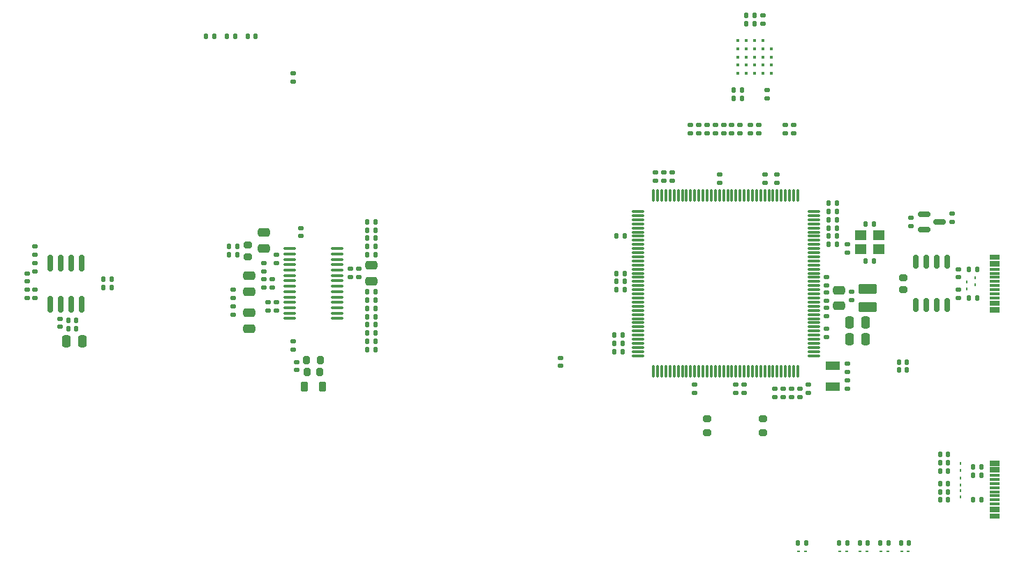
<source format=gtp>
G04 #@! TF.GenerationSoftware,KiCad,Pcbnew,8.0.9-8.0.9-0~ubuntu22.04.1*
G04 #@! TF.CreationDate,2025-02-26T12:05:10+08:00*
G04 #@! TF.ProjectId,dcmiad32h7,64636d69-6164-4333-9268-372e6b696361,rev?*
G04 #@! TF.SameCoordinates,Original*
G04 #@! TF.FileFunction,Paste,Top*
G04 #@! TF.FilePolarity,Positive*
%FSLAX46Y46*%
G04 Gerber Fmt 4.6, Leading zero omitted, Abs format (unit mm)*
G04 Created by KiCad (PCBNEW 8.0.9-8.0.9-0~ubuntu22.04.1) date 2025-02-26 12:05:10*
%MOMM*%
%LPD*%
G01*
G04 APERTURE LIST*
G04 Aperture macros list*
%AMRoundRect*
0 Rectangle with rounded corners*
0 $1 Rounding radius*
0 $2 $3 $4 $5 $6 $7 $8 $9 X,Y pos of 4 corners*
0 Add a 4 corners polygon primitive as box body*
4,1,4,$2,$3,$4,$5,$6,$7,$8,$9,$2,$3,0*
0 Add four circle primitives for the rounded corners*
1,1,$1+$1,$2,$3*
1,1,$1+$1,$4,$5*
1,1,$1+$1,$6,$7*
1,1,$1+$1,$8,$9*
0 Add four rect primitives between the rounded corners*
20,1,$1+$1,$2,$3,$4,$5,0*
20,1,$1+$1,$4,$5,$6,$7,0*
20,1,$1+$1,$6,$7,$8,$9,0*
20,1,$1+$1,$8,$9,$2,$3,0*%
G04 Aperture macros list end*
%ADD10RoundRect,0.145000X-0.165000X0.145000X-0.165000X-0.145000X0.165000X-0.145000X0.165000X0.145000X0*%
%ADD11RoundRect,0.145000X-0.145000X-0.165000X0.145000X-0.165000X0.145000X0.165000X-0.145000X0.165000X0*%
%ADD12RoundRect,0.200000X-0.200000X-0.275000X0.200000X-0.275000X0.200000X0.275000X-0.200000X0.275000X0*%
%ADD13RoundRect,0.145000X0.165000X-0.145000X0.165000X0.145000X-0.165000X0.145000X-0.165000X-0.145000X0*%
%ADD14RoundRect,0.145000X0.145000X0.165000X-0.145000X0.165000X-0.145000X-0.165000X0.145000X-0.165000X0*%
%ADD15RoundRect,0.250000X-0.475000X0.250000X-0.475000X-0.250000X0.475000X-0.250000X0.475000X0.250000X0*%
%ADD16RoundRect,0.250000X0.250000X0.475000X-0.250000X0.475000X-0.250000X-0.475000X0.250000X-0.475000X0*%
%ADD17C,0.400000*%
%ADD18RoundRect,0.150000X-0.587500X-0.150000X0.587500X-0.150000X0.587500X0.150000X-0.587500X0.150000X0*%
%ADD19RoundRect,0.150000X-0.150000X0.675000X-0.150000X-0.675000X0.150000X-0.675000X0.150000X0.675000X0*%
%ADD20RoundRect,0.200000X0.200000X0.275000X-0.200000X0.275000X-0.200000X-0.275000X0.200000X-0.275000X0*%
%ADD21R,1.150000X0.300000*%
%ADD22R,1.400000X1.200000*%
%ADD23RoundRect,0.200000X-0.275000X0.200000X-0.275000X-0.200000X0.275000X-0.200000X0.275000X0.200000X0*%
%ADD24RoundRect,0.062500X-0.117500X-0.062500X0.117500X-0.062500X0.117500X0.062500X-0.117500X0.062500X0*%
%ADD25RoundRect,0.062500X0.062500X-0.117500X0.062500X0.117500X-0.062500X0.117500X-0.062500X-0.117500X0*%
%ADD26RoundRect,0.075000X0.662500X0.075000X-0.662500X0.075000X-0.662500X-0.075000X0.662500X-0.075000X0*%
%ADD27RoundRect,0.075000X0.075000X0.662500X-0.075000X0.662500X-0.075000X-0.662500X0.075000X-0.662500X0*%
%ADD28RoundRect,0.250000X0.475000X-0.250000X0.475000X0.250000X-0.475000X0.250000X-0.475000X-0.250000X0*%
%ADD29RoundRect,0.100000X-0.637500X-0.100000X0.637500X-0.100000X0.637500X0.100000X-0.637500X0.100000X0*%
%ADD30RoundRect,0.250000X0.850000X-0.375000X0.850000X0.375000X-0.850000X0.375000X-0.850000X-0.375000X0*%
%ADD31RoundRect,0.218750X-0.218750X-0.381250X0.218750X-0.381250X0.218750X0.381250X-0.218750X0.381250X0*%
%ADD32R,1.800000X1.000000*%
%ADD33RoundRect,0.150000X0.150000X-0.825000X0.150000X0.825000X-0.150000X0.825000X-0.150000X-0.825000X0*%
%ADD34RoundRect,0.062500X-0.062500X0.117500X-0.062500X-0.117500X0.062500X-0.117500X0.062500X0.117500X0*%
%ADD35RoundRect,0.200000X0.275000X-0.200000X0.275000X0.200000X-0.275000X0.200000X-0.275000X-0.200000X0*%
G04 APERTURE END LIST*
D10*
X140000000Y-109000000D03*
X140000000Y-110000000D03*
D11*
X162500000Y-67500000D03*
X163500000Y-67500000D03*
D10*
X172250000Y-101100000D03*
X172250000Y-102100000D03*
D12*
X109275000Y-110750000D03*
X110725000Y-110750000D03*
D13*
X182500000Y-93000000D03*
X182500000Y-92000000D03*
X159250000Y-87750000D03*
X159250000Y-86750000D03*
D10*
X174750000Y-109750000D03*
X174750000Y-110750000D03*
D14*
X147750000Y-98750000D03*
X146750000Y-98750000D03*
D13*
X105500000Y-97500000D03*
X105500000Y-96500000D03*
D10*
X164000000Y-80750000D03*
X164000000Y-81750000D03*
D14*
X190500000Y-101750000D03*
X189500000Y-101750000D03*
D15*
X173750000Y-100800000D03*
X173750000Y-102700000D03*
D16*
X176950000Y-104750000D03*
X175050000Y-104750000D03*
D14*
X147750000Y-99750000D03*
X146750000Y-99750000D03*
D11*
X116500000Y-102000000D03*
X117500000Y-102000000D03*
D10*
X115500000Y-98200000D03*
X115500000Y-99200000D03*
D17*
X165500000Y-71500000D03*
X165500000Y-72500000D03*
X165500000Y-73500000D03*
X165500000Y-74500000D03*
X164500000Y-70500000D03*
X164500000Y-71500000D03*
X164500000Y-72500000D03*
X164500000Y-73500000D03*
X164500000Y-74500000D03*
X163500000Y-70500000D03*
X163500000Y-71500000D03*
X163500000Y-72500000D03*
X163500000Y-73500000D03*
X163500000Y-74500000D03*
X162500000Y-70500000D03*
X162500000Y-71500000D03*
X162500000Y-72500000D03*
X162500000Y-73500000D03*
X162500000Y-74500000D03*
X161500000Y-70500000D03*
X161500000Y-71500000D03*
X161500000Y-72500000D03*
X161500000Y-73500000D03*
X161500000Y-74500000D03*
D14*
X173500000Y-94250000D03*
X172500000Y-94250000D03*
D11*
X161000000Y-77500000D03*
X162000000Y-77500000D03*
D10*
X175250000Y-101000000D03*
X175250000Y-102000000D03*
D18*
X184062500Y-91550000D03*
X184062500Y-93450000D03*
X185937500Y-92500000D03*
D14*
X191000000Y-122250000D03*
X190000000Y-122250000D03*
X177250000Y-131500000D03*
X176250000Y-131500000D03*
D15*
X102250000Y-99050000D03*
X102250000Y-100950000D03*
D10*
X161750000Y-80750000D03*
X161750000Y-81750000D03*
D13*
X108000000Y-110500000D03*
X108000000Y-109500000D03*
D11*
X172500000Y-91250000D03*
X173500000Y-91250000D03*
D14*
X147500000Y-107250000D03*
X146500000Y-107250000D03*
D10*
X172250000Y-105500000D03*
X172250000Y-106500000D03*
D13*
X152500000Y-87500000D03*
X152500000Y-86500000D03*
X187500000Y-92500000D03*
X187500000Y-91500000D03*
D19*
X186905000Y-97375000D03*
X185635000Y-97375000D03*
X184365000Y-97375000D03*
X183095000Y-97375000D03*
X183095000Y-102625000D03*
X184365000Y-102625000D03*
X185635000Y-102625000D03*
X186905000Y-102625000D03*
D11*
X116500000Y-106000000D03*
X117500000Y-106000000D03*
D14*
X187000000Y-124250000D03*
X186000000Y-124250000D03*
D13*
X76250000Y-98500000D03*
X76250000Y-97500000D03*
X166250000Y-87750000D03*
X166250000Y-86750000D03*
D11*
X177000000Y-97250000D03*
X178000000Y-97250000D03*
D13*
X108500000Y-94250000D03*
X108500000Y-93250000D03*
D20*
X110825000Y-109250000D03*
X109175000Y-109250000D03*
D14*
X81250000Y-104500000D03*
X80250000Y-104500000D03*
D10*
X156250000Y-112250000D03*
X156250000Y-113250000D03*
D21*
X192655000Y-103350000D03*
X192655000Y-102550000D03*
X192655001Y-101250000D03*
X192655000Y-100250000D03*
X192655000Y-99750000D03*
X192655001Y-98750000D03*
X192655000Y-97450000D03*
X192655000Y-96650000D03*
X192655000Y-96950000D03*
X192655000Y-97750000D03*
X192655000Y-98250000D03*
X192655000Y-99250000D03*
X192655000Y-100750000D03*
X192655000Y-101750000D03*
X192655000Y-102250000D03*
X192655000Y-103050000D03*
D11*
X161000000Y-76500000D03*
X162000000Y-76500000D03*
D10*
X168000000Y-112750000D03*
X168000000Y-113750000D03*
D11*
X116500000Y-95500000D03*
X117500000Y-95500000D03*
X84500000Y-99500000D03*
X85500000Y-99500000D03*
X186000000Y-120750000D03*
X187000000Y-120750000D03*
D14*
X182000000Y-110500000D03*
X181000000Y-110500000D03*
X147500000Y-108250000D03*
X146500000Y-108250000D03*
D16*
X81950000Y-107000000D03*
X80050000Y-107000000D03*
D10*
X172250000Y-102950000D03*
X172250000Y-103950000D03*
X104000000Y-99500000D03*
X104000000Y-100500000D03*
D11*
X116500000Y-94500000D03*
X117500000Y-94500000D03*
X116500000Y-93500000D03*
X117500000Y-93500000D03*
D22*
X176400000Y-95850000D03*
X178600000Y-95850000D03*
X178600000Y-94150000D03*
X176400000Y-94150000D03*
D13*
X188250000Y-99250000D03*
X188250000Y-98250000D03*
D23*
X164500000Y-116425000D03*
X164500000Y-118075000D03*
D24*
X169670000Y-132500000D03*
X168830000Y-132500000D03*
D10*
X157750000Y-80750000D03*
X157750000Y-81750000D03*
D14*
X100500000Y-70000000D03*
X99500000Y-70000000D03*
D13*
X153500000Y-87500000D03*
X153500000Y-86500000D03*
X104500000Y-103250000D03*
X104500000Y-102250000D03*
D14*
X187000000Y-125250000D03*
X186000000Y-125250000D03*
D25*
X188500000Y-121830000D03*
X188500000Y-122670000D03*
D11*
X172500000Y-92250000D03*
X173500000Y-92250000D03*
X172500000Y-90250000D03*
X173500000Y-90250000D03*
D23*
X157750000Y-116425000D03*
X157750000Y-118075000D03*
D26*
X170662500Y-108750000D03*
X170662500Y-108250000D03*
X170662500Y-107750000D03*
X170662500Y-107250000D03*
X170662500Y-106750000D03*
X170662500Y-106250000D03*
X170662500Y-105750000D03*
X170662500Y-105250000D03*
X170662500Y-104750000D03*
X170662500Y-104250000D03*
X170662500Y-103750000D03*
X170662500Y-103250000D03*
X170662500Y-102750000D03*
X170662500Y-102250000D03*
X170662500Y-101750000D03*
X170662500Y-101250000D03*
X170662500Y-100750000D03*
X170662500Y-100250000D03*
X170662500Y-99750000D03*
X170662500Y-99250000D03*
X170662500Y-98750000D03*
X170662500Y-98250000D03*
X170662500Y-97750000D03*
X170662500Y-97250000D03*
X170662500Y-96750000D03*
X170662500Y-96250000D03*
X170662500Y-95750000D03*
X170662500Y-95250000D03*
X170662500Y-94750000D03*
X170662500Y-94250000D03*
X170662500Y-93750000D03*
X170662500Y-93250000D03*
X170662500Y-92750000D03*
X170662500Y-92250000D03*
X170662500Y-91750000D03*
X170662500Y-91250000D03*
D27*
X168750000Y-89337500D03*
X168250000Y-89337500D03*
X167750000Y-89337500D03*
X167250000Y-89337500D03*
X166750000Y-89337500D03*
X166250000Y-89337500D03*
X165750000Y-89337500D03*
X165250000Y-89337500D03*
X164750000Y-89337500D03*
X164250000Y-89337500D03*
X163750000Y-89337500D03*
X163250000Y-89337500D03*
X162750000Y-89337500D03*
X162250000Y-89337500D03*
X161750000Y-89337500D03*
X161250000Y-89337500D03*
X160750000Y-89337500D03*
X160250000Y-89337500D03*
X159750000Y-89337500D03*
X159250000Y-89337500D03*
X158750000Y-89337500D03*
X158250000Y-89337500D03*
X157750000Y-89337500D03*
X157250000Y-89337500D03*
X156750000Y-89337500D03*
X156250000Y-89337500D03*
X155750000Y-89337500D03*
X155250000Y-89337500D03*
X154750000Y-89337500D03*
X154250000Y-89337500D03*
X153750000Y-89337500D03*
X153250000Y-89337500D03*
X152750000Y-89337500D03*
X152250000Y-89337500D03*
X151750000Y-89337500D03*
X151250000Y-89337500D03*
D26*
X149337500Y-91250000D03*
X149337500Y-91750000D03*
X149337500Y-92250000D03*
X149337500Y-92750000D03*
X149337500Y-93250000D03*
X149337500Y-93750000D03*
X149337500Y-94250000D03*
X149337500Y-94750000D03*
X149337500Y-95250000D03*
X149337500Y-95750000D03*
X149337500Y-96250000D03*
X149337500Y-96750000D03*
X149337500Y-97250000D03*
X149337500Y-97750000D03*
X149337500Y-98250000D03*
X149337500Y-98750000D03*
X149337500Y-99250000D03*
X149337500Y-99750000D03*
X149337500Y-100250000D03*
X149337500Y-100750000D03*
X149337500Y-101250000D03*
X149337500Y-101750000D03*
X149337500Y-102250000D03*
X149337500Y-102750000D03*
X149337500Y-103250000D03*
X149337500Y-103750000D03*
X149337500Y-104250000D03*
X149337500Y-104750000D03*
X149337500Y-105250000D03*
X149337500Y-105750000D03*
X149337500Y-106250000D03*
X149337500Y-106750000D03*
X149337500Y-107250000D03*
X149337500Y-107750000D03*
X149337500Y-108250000D03*
X149337500Y-108750000D03*
D27*
X151250000Y-110662500D03*
X151750000Y-110662500D03*
X152250000Y-110662500D03*
X152750000Y-110662500D03*
X153250000Y-110662500D03*
X153750000Y-110662500D03*
X154250000Y-110662500D03*
X154750000Y-110662500D03*
X155250000Y-110662500D03*
X155750000Y-110662500D03*
X156250000Y-110662500D03*
X156750000Y-110662500D03*
X157250000Y-110662500D03*
X157750000Y-110662500D03*
X158250000Y-110662500D03*
X158750000Y-110662500D03*
X159250000Y-110662500D03*
X159750000Y-110662500D03*
X160250000Y-110662500D03*
X160750000Y-110662500D03*
X161250000Y-110662500D03*
X161750000Y-110662500D03*
X162250000Y-110662500D03*
X162750000Y-110662500D03*
X163250000Y-110662500D03*
X163750000Y-110662500D03*
X164250000Y-110662500D03*
X164750000Y-110662500D03*
X165250000Y-110662500D03*
X165750000Y-110662500D03*
X166250000Y-110662500D03*
X166750000Y-110662500D03*
X167250000Y-110662500D03*
X167750000Y-110662500D03*
X168250000Y-110662500D03*
X168750000Y-110662500D03*
D13*
X167000000Y-113750000D03*
X167000000Y-112750000D03*
D10*
X156750000Y-80750000D03*
X156750000Y-81750000D03*
D14*
X191000000Y-123250000D03*
X190000000Y-123250000D03*
D16*
X176950000Y-106750000D03*
X175050000Y-106750000D03*
D14*
X100750000Y-95500000D03*
X99750000Y-95500000D03*
D13*
X164750000Y-87750000D03*
X164750000Y-86750000D03*
D10*
X159750000Y-80750000D03*
X159750000Y-81750000D03*
D11*
X162500000Y-68500000D03*
X163500000Y-68500000D03*
D10*
X162250000Y-112250000D03*
X162250000Y-113250000D03*
X169000000Y-112750000D03*
X169000000Y-113750000D03*
D28*
X104000000Y-95700000D03*
X104000000Y-93800000D03*
D29*
X107137500Y-95775000D03*
X107137500Y-96425000D03*
X107137500Y-97075000D03*
X107137500Y-97725000D03*
X107137500Y-98375000D03*
X107137500Y-99025000D03*
X107137500Y-99675000D03*
X107137500Y-100325000D03*
X107137500Y-100975000D03*
X107137500Y-101625000D03*
X107137500Y-102275000D03*
X107137500Y-102925000D03*
X107137500Y-103575000D03*
X107137500Y-104225000D03*
X112862500Y-104225000D03*
X112862500Y-103575000D03*
X112862500Y-102925000D03*
X112862500Y-102275000D03*
X112862500Y-101625000D03*
X112862500Y-100975000D03*
X112862500Y-100325000D03*
X112862500Y-99675000D03*
X112862500Y-99025000D03*
X112862500Y-98375000D03*
X112862500Y-97725000D03*
X112862500Y-97075000D03*
X112862500Y-96425000D03*
X112862500Y-95775000D03*
D14*
X147750000Y-100750000D03*
X146750000Y-100750000D03*
D13*
X167250000Y-81750000D03*
X167250000Y-80750000D03*
X174750000Y-112750000D03*
X174750000Y-111750000D03*
D10*
X114500000Y-98200000D03*
X114500000Y-99200000D03*
D11*
X116500000Y-101000000D03*
X117500000Y-101000000D03*
X172500000Y-93250000D03*
X173500000Y-93250000D03*
X116500000Y-96500000D03*
X117500000Y-96500000D03*
D10*
X165000000Y-76500000D03*
X165000000Y-77500000D03*
D13*
X151500000Y-87500000D03*
X151500000Y-86500000D03*
D14*
X174750000Y-131500000D03*
X173750000Y-131500000D03*
D24*
X174670000Y-132500000D03*
X173830000Y-132500000D03*
D11*
X116500000Y-107000000D03*
X117500000Y-107000000D03*
D14*
X103000000Y-70000000D03*
X102000000Y-70000000D03*
D30*
X177250000Y-102825000D03*
X177250000Y-100675000D03*
D24*
X177170000Y-132500000D03*
X176330000Y-132500000D03*
D10*
X163000000Y-80750000D03*
X163000000Y-81750000D03*
D24*
X182170000Y-132500000D03*
X181330000Y-132500000D03*
D14*
X98000000Y-70000000D03*
X97000000Y-70000000D03*
D21*
X192655000Y-128350000D03*
X192655000Y-127550000D03*
X192655001Y-126250000D03*
X192655000Y-125250000D03*
X192655000Y-124750000D03*
X192655001Y-123750000D03*
X192655000Y-122450000D03*
X192655000Y-121650000D03*
X192655000Y-121950000D03*
X192655000Y-122750000D03*
X192655000Y-123250000D03*
X192655000Y-124250000D03*
X192655000Y-125750000D03*
X192655000Y-126750000D03*
X192655000Y-127250000D03*
X192655000Y-128050000D03*
D10*
X161250000Y-112250000D03*
X161250000Y-113250000D03*
X104000000Y-97500000D03*
X104000000Y-98500000D03*
D13*
X100250000Y-101750000D03*
X100250000Y-100750000D03*
D14*
X179750000Y-131500000D03*
X178750000Y-131500000D03*
D11*
X116500000Y-92500000D03*
X117500000Y-92500000D03*
D10*
X75250000Y-98750000D03*
X75250000Y-99750000D03*
D31*
X108937500Y-112500000D03*
X111062500Y-112500000D03*
D14*
X191000000Y-126250000D03*
X190000000Y-126250000D03*
X81250000Y-105500000D03*
X80250000Y-105500000D03*
X169750000Y-131500000D03*
X168750000Y-131500000D03*
D32*
X173000000Y-110000001D03*
X173000000Y-112499999D03*
D10*
X158750000Y-80750000D03*
X158750000Y-81750000D03*
X107500000Y-107000000D03*
X107500000Y-108000000D03*
D14*
X182000000Y-109500000D03*
X181000000Y-109500000D03*
X187000000Y-121750000D03*
X186000000Y-121750000D03*
D33*
X78095000Y-102475000D03*
X79365000Y-102475000D03*
X80635000Y-102475000D03*
X81905000Y-102475000D03*
X81905000Y-97525000D03*
X80635000Y-97525000D03*
X79365000Y-97525000D03*
X78095000Y-97525000D03*
D10*
X174750000Y-95250000D03*
X174750000Y-96250000D03*
D14*
X187000000Y-126250000D03*
X186000000Y-126250000D03*
D34*
X188500000Y-125920000D03*
X188500000Y-125080000D03*
D35*
X181500000Y-100725000D03*
X181500000Y-99275000D03*
D10*
X168250000Y-80750000D03*
X168250000Y-81750000D03*
X172250000Y-99250000D03*
X172250000Y-100250000D03*
D14*
X190500000Y-98250000D03*
X189500000Y-98250000D03*
D13*
X164500000Y-68500000D03*
X164500000Y-67500000D03*
D23*
X102000000Y-95275000D03*
X102000000Y-96725000D03*
D11*
X116500000Y-105000000D03*
X117500000Y-105000000D03*
D10*
X160750000Y-80750000D03*
X160750000Y-81750000D03*
D15*
X117000000Y-97800000D03*
X117000000Y-99700000D03*
D11*
X116500000Y-108000000D03*
X117500000Y-108000000D03*
D28*
X102250000Y-105450000D03*
X102250000Y-103550000D03*
D14*
X182250000Y-131500000D03*
X181250000Y-131500000D03*
D11*
X84500000Y-100500000D03*
X85500000Y-100500000D03*
D10*
X105000000Y-99500000D03*
X105000000Y-100500000D03*
D14*
X147750000Y-94250000D03*
X146750000Y-94250000D03*
D11*
X116500000Y-103000000D03*
X117500000Y-103000000D03*
D10*
X100250000Y-102750000D03*
X100250000Y-103750000D03*
D24*
X179670000Y-132500000D03*
X178830000Y-132500000D03*
D14*
X178000000Y-92750000D03*
X177000000Y-92750000D03*
D13*
X105500000Y-103250000D03*
X105500000Y-102250000D03*
D10*
X75250000Y-100750000D03*
X75250000Y-101750000D03*
X188250000Y-100750000D03*
X188250000Y-101750000D03*
D13*
X155750000Y-81750000D03*
X155750000Y-80750000D03*
X76250000Y-96500000D03*
X76250000Y-95500000D03*
D10*
X166000000Y-112750000D03*
X166000000Y-113750000D03*
D13*
X76250000Y-101750000D03*
X76250000Y-100750000D03*
D25*
X188500000Y-123580000D03*
X188500000Y-124420000D03*
D10*
X79250000Y-104250000D03*
X79250000Y-105250000D03*
D25*
X189250000Y-99830000D03*
X189250000Y-100670000D03*
D11*
X116500000Y-104000000D03*
X117500000Y-104000000D03*
D14*
X100750000Y-96500000D03*
X99750000Y-96500000D03*
D10*
X170000000Y-112250000D03*
X170000000Y-113250000D03*
D34*
X190250000Y-100170000D03*
X190250000Y-99330000D03*
D11*
X172500000Y-95250000D03*
X173500000Y-95250000D03*
D14*
X147500000Y-106250000D03*
X146500000Y-106250000D03*
D13*
X107500000Y-75500000D03*
X107500000Y-74500000D03*
D11*
X186000000Y-122750000D03*
X187000000Y-122750000D03*
M02*

</source>
